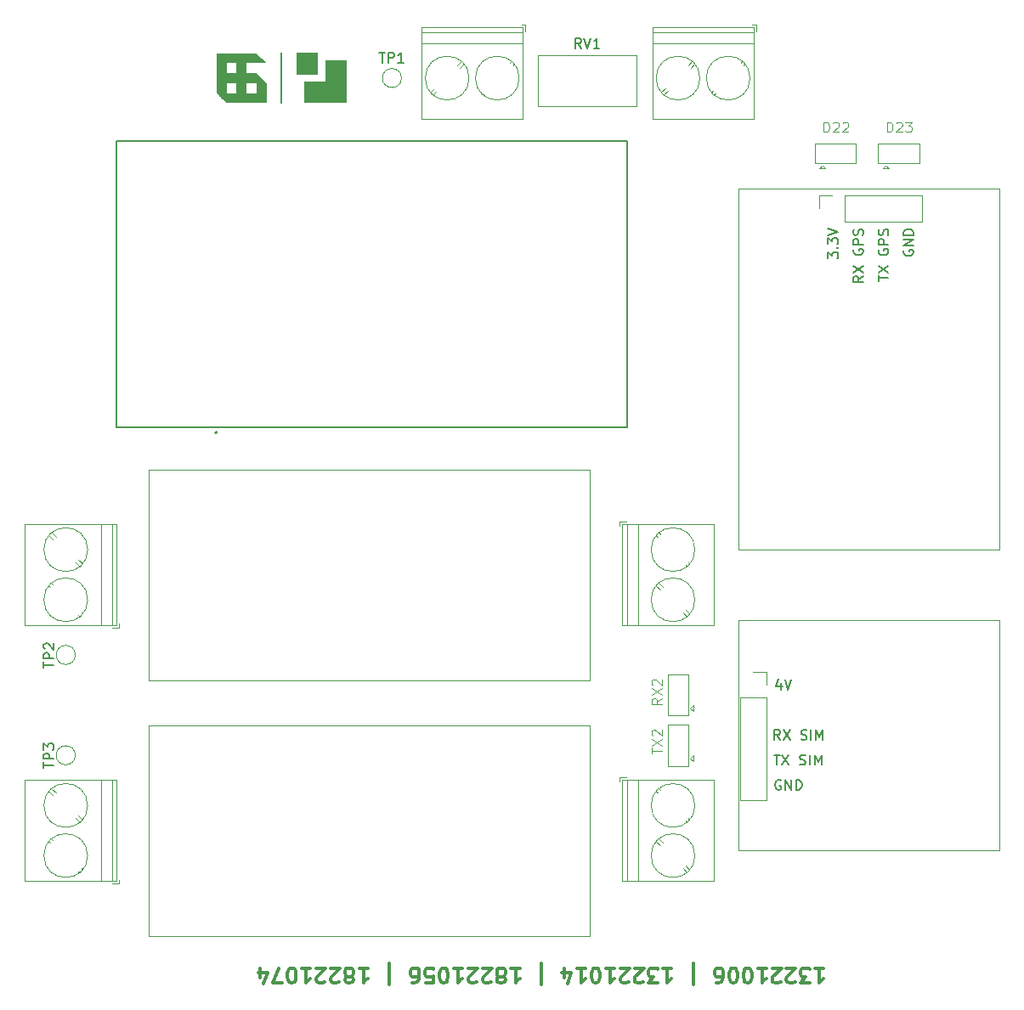
<source format=gbr>
%TF.GenerationSoftware,KiCad,Pcbnew,8.0.7*%
%TF.CreationDate,2025-03-24T14:38:58+07:00*%
%TF.ProjectId,esp32_getstok_testing,65737033-325f-4676-9574-73746f6b5f74,rev?*%
%TF.SameCoordinates,Original*%
%TF.FileFunction,Legend,Top*%
%TF.FilePolarity,Positive*%
%FSLAX46Y46*%
G04 Gerber Fmt 4.6, Leading zero omitted, Abs format (unit mm)*
G04 Created by KiCad (PCBNEW 8.0.7) date 2025-03-24 14:38:58*
%MOMM*%
%LPD*%
G01*
G04 APERTURE LIST*
%ADD10C,0.100000*%
%ADD11C,0.200000*%
%ADD12C,0.150000*%
%ADD13C,0.300000*%
%ADD14C,0.120000*%
%ADD15C,0.000000*%
%ADD16C,0.127000*%
G04 APERTURE END LIST*
D10*
X236500000Y-66500000D02*
X262500000Y-66500000D01*
X262500000Y-102500000D01*
X236500000Y-102500000D01*
X236500000Y-66500000D01*
X236500000Y-109500000D02*
X262500000Y-109500000D01*
X262500000Y-132500000D01*
X236500000Y-132500000D01*
X236500000Y-109500000D01*
X177750000Y-94500000D02*
X221750000Y-94500000D01*
X221750000Y-115500000D01*
X177750000Y-115500000D01*
X177750000Y-94500000D01*
D11*
X191000000Y-58000000D02*
X191000000Y-53000000D01*
D10*
X177750000Y-120000000D02*
X221750000Y-120000000D01*
X221750000Y-141000000D01*
X177750000Y-141000000D01*
X177750000Y-120000000D01*
X251301503Y-60872419D02*
X251301503Y-59872419D01*
X251301503Y-59872419D02*
X251539598Y-59872419D01*
X251539598Y-59872419D02*
X251682455Y-59920038D01*
X251682455Y-59920038D02*
X251777693Y-60015276D01*
X251777693Y-60015276D02*
X251825312Y-60110514D01*
X251825312Y-60110514D02*
X251872931Y-60300990D01*
X251872931Y-60300990D02*
X251872931Y-60443847D01*
X251872931Y-60443847D02*
X251825312Y-60634323D01*
X251825312Y-60634323D02*
X251777693Y-60729561D01*
X251777693Y-60729561D02*
X251682455Y-60824800D01*
X251682455Y-60824800D02*
X251539598Y-60872419D01*
X251539598Y-60872419D02*
X251301503Y-60872419D01*
X252253884Y-59967657D02*
X252301503Y-59920038D01*
X252301503Y-59920038D02*
X252396741Y-59872419D01*
X252396741Y-59872419D02*
X252634836Y-59872419D01*
X252634836Y-59872419D02*
X252730074Y-59920038D01*
X252730074Y-59920038D02*
X252777693Y-59967657D01*
X252777693Y-59967657D02*
X252825312Y-60062895D01*
X252825312Y-60062895D02*
X252825312Y-60158133D01*
X252825312Y-60158133D02*
X252777693Y-60300990D01*
X252777693Y-60300990D02*
X252206265Y-60872419D01*
X252206265Y-60872419D02*
X252825312Y-60872419D01*
X253158646Y-59872419D02*
X253777693Y-59872419D01*
X253777693Y-59872419D02*
X253444360Y-60253371D01*
X253444360Y-60253371D02*
X253587217Y-60253371D01*
X253587217Y-60253371D02*
X253682455Y-60300990D01*
X253682455Y-60300990D02*
X253730074Y-60348609D01*
X253730074Y-60348609D02*
X253777693Y-60443847D01*
X253777693Y-60443847D02*
X253777693Y-60681942D01*
X253777693Y-60681942D02*
X253730074Y-60777180D01*
X253730074Y-60777180D02*
X253682455Y-60824800D01*
X253682455Y-60824800D02*
X253587217Y-60872419D01*
X253587217Y-60872419D02*
X253301503Y-60872419D01*
X253301503Y-60872419D02*
X253206265Y-60824800D01*
X253206265Y-60824800D02*
X253158646Y-60777180D01*
X228872419Y-117324687D02*
X228396228Y-117658020D01*
X228872419Y-117896115D02*
X227872419Y-117896115D01*
X227872419Y-117896115D02*
X227872419Y-117515163D01*
X227872419Y-117515163D02*
X227920038Y-117419925D01*
X227920038Y-117419925D02*
X227967657Y-117372306D01*
X227967657Y-117372306D02*
X228062895Y-117324687D01*
X228062895Y-117324687D02*
X228205752Y-117324687D01*
X228205752Y-117324687D02*
X228300990Y-117372306D01*
X228300990Y-117372306D02*
X228348609Y-117419925D01*
X228348609Y-117419925D02*
X228396228Y-117515163D01*
X228396228Y-117515163D02*
X228396228Y-117896115D01*
X227872419Y-116991353D02*
X228872419Y-116324687D01*
X227872419Y-116324687D02*
X228872419Y-116991353D01*
X227967657Y-115991353D02*
X227920038Y-115943734D01*
X227920038Y-115943734D02*
X227872419Y-115848496D01*
X227872419Y-115848496D02*
X227872419Y-115610401D01*
X227872419Y-115610401D02*
X227920038Y-115515163D01*
X227920038Y-115515163D02*
X227967657Y-115467544D01*
X227967657Y-115467544D02*
X228062895Y-115419925D01*
X228062895Y-115419925D02*
X228158133Y-115419925D01*
X228158133Y-115419925D02*
X228300990Y-115467544D01*
X228300990Y-115467544D02*
X228872419Y-116038972D01*
X228872419Y-116038972D02*
X228872419Y-115419925D01*
D12*
X253002438Y-72666666D02*
X252954819Y-72761904D01*
X252954819Y-72761904D02*
X252954819Y-72904761D01*
X252954819Y-72904761D02*
X253002438Y-73047618D01*
X253002438Y-73047618D02*
X253097676Y-73142856D01*
X253097676Y-73142856D02*
X253192914Y-73190475D01*
X253192914Y-73190475D02*
X253383390Y-73238094D01*
X253383390Y-73238094D02*
X253526247Y-73238094D01*
X253526247Y-73238094D02*
X253716723Y-73190475D01*
X253716723Y-73190475D02*
X253811961Y-73142856D01*
X253811961Y-73142856D02*
X253907200Y-73047618D01*
X253907200Y-73047618D02*
X253954819Y-72904761D01*
X253954819Y-72904761D02*
X253954819Y-72809523D01*
X253954819Y-72809523D02*
X253907200Y-72666666D01*
X253907200Y-72666666D02*
X253859580Y-72619047D01*
X253859580Y-72619047D02*
X253526247Y-72619047D01*
X253526247Y-72619047D02*
X253526247Y-72809523D01*
X253954819Y-72190475D02*
X252954819Y-72190475D01*
X252954819Y-72190475D02*
X253954819Y-71619047D01*
X253954819Y-71619047D02*
X252954819Y-71619047D01*
X253954819Y-71142856D02*
X252954819Y-71142856D01*
X252954819Y-71142856D02*
X252954819Y-70904761D01*
X252954819Y-70904761D02*
X253002438Y-70761904D01*
X253002438Y-70761904D02*
X253097676Y-70666666D01*
X253097676Y-70666666D02*
X253192914Y-70619047D01*
X253192914Y-70619047D02*
X253383390Y-70571428D01*
X253383390Y-70571428D02*
X253526247Y-70571428D01*
X253526247Y-70571428D02*
X253716723Y-70619047D01*
X253716723Y-70619047D02*
X253811961Y-70666666D01*
X253811961Y-70666666D02*
X253907200Y-70761904D01*
X253907200Y-70761904D02*
X253954819Y-70904761D01*
X253954819Y-70904761D02*
X253954819Y-71142856D01*
X240738095Y-125502438D02*
X240642857Y-125454819D01*
X240642857Y-125454819D02*
X240500000Y-125454819D01*
X240500000Y-125454819D02*
X240357143Y-125502438D01*
X240357143Y-125502438D02*
X240261905Y-125597676D01*
X240261905Y-125597676D02*
X240214286Y-125692914D01*
X240214286Y-125692914D02*
X240166667Y-125883390D01*
X240166667Y-125883390D02*
X240166667Y-126026247D01*
X240166667Y-126026247D02*
X240214286Y-126216723D01*
X240214286Y-126216723D02*
X240261905Y-126311961D01*
X240261905Y-126311961D02*
X240357143Y-126407200D01*
X240357143Y-126407200D02*
X240500000Y-126454819D01*
X240500000Y-126454819D02*
X240595238Y-126454819D01*
X240595238Y-126454819D02*
X240738095Y-126407200D01*
X240738095Y-126407200D02*
X240785714Y-126359580D01*
X240785714Y-126359580D02*
X240785714Y-126026247D01*
X240785714Y-126026247D02*
X240595238Y-126026247D01*
X241214286Y-126454819D02*
X241214286Y-125454819D01*
X241214286Y-125454819D02*
X241785714Y-126454819D01*
X241785714Y-126454819D02*
X241785714Y-125454819D01*
X242261905Y-126454819D02*
X242261905Y-125454819D01*
X242261905Y-125454819D02*
X242500000Y-125454819D01*
X242500000Y-125454819D02*
X242642857Y-125502438D01*
X242642857Y-125502438D02*
X242738095Y-125597676D01*
X242738095Y-125597676D02*
X242785714Y-125692914D01*
X242785714Y-125692914D02*
X242833333Y-125883390D01*
X242833333Y-125883390D02*
X242833333Y-126026247D01*
X242833333Y-126026247D02*
X242785714Y-126216723D01*
X242785714Y-126216723D02*
X242738095Y-126311961D01*
X242738095Y-126311961D02*
X242642857Y-126407200D01*
X242642857Y-126407200D02*
X242500000Y-126454819D01*
X242500000Y-126454819D02*
X242261905Y-126454819D01*
D10*
X227872419Y-122838972D02*
X227872419Y-122267544D01*
X228872419Y-122553258D02*
X227872419Y-122553258D01*
X227872419Y-122029448D02*
X228872419Y-121362782D01*
X227872419Y-121362782D02*
X228872419Y-122029448D01*
X227967657Y-121029448D02*
X227920038Y-120981829D01*
X227920038Y-120981829D02*
X227872419Y-120886591D01*
X227872419Y-120886591D02*
X227872419Y-120648496D01*
X227872419Y-120648496D02*
X227920038Y-120553258D01*
X227920038Y-120553258D02*
X227967657Y-120505639D01*
X227967657Y-120505639D02*
X228062895Y-120458020D01*
X228062895Y-120458020D02*
X228158133Y-120458020D01*
X228158133Y-120458020D02*
X228300990Y-120505639D01*
X228300990Y-120505639D02*
X228872419Y-121077067D01*
X228872419Y-121077067D02*
X228872419Y-120458020D01*
D12*
X240761904Y-115788152D02*
X240761904Y-116454819D01*
X240523809Y-115407200D02*
X240285714Y-116121485D01*
X240285714Y-116121485D02*
X240904761Y-116121485D01*
X241142857Y-115454819D02*
X241476190Y-116454819D01*
X241476190Y-116454819D02*
X241809523Y-115454819D01*
X245454819Y-73476189D02*
X245454819Y-72857142D01*
X245454819Y-72857142D02*
X245835771Y-73190475D01*
X245835771Y-73190475D02*
X245835771Y-73047618D01*
X245835771Y-73047618D02*
X245883390Y-72952380D01*
X245883390Y-72952380D02*
X245931009Y-72904761D01*
X245931009Y-72904761D02*
X246026247Y-72857142D01*
X246026247Y-72857142D02*
X246264342Y-72857142D01*
X246264342Y-72857142D02*
X246359580Y-72904761D01*
X246359580Y-72904761D02*
X246407200Y-72952380D01*
X246407200Y-72952380D02*
X246454819Y-73047618D01*
X246454819Y-73047618D02*
X246454819Y-73333332D01*
X246454819Y-73333332D02*
X246407200Y-73428570D01*
X246407200Y-73428570D02*
X246359580Y-73476189D01*
X246359580Y-72428570D02*
X246407200Y-72380951D01*
X246407200Y-72380951D02*
X246454819Y-72428570D01*
X246454819Y-72428570D02*
X246407200Y-72476189D01*
X246407200Y-72476189D02*
X246359580Y-72428570D01*
X246359580Y-72428570D02*
X246454819Y-72428570D01*
X245454819Y-72047618D02*
X245454819Y-71428571D01*
X245454819Y-71428571D02*
X245835771Y-71761904D01*
X245835771Y-71761904D02*
X245835771Y-71619047D01*
X245835771Y-71619047D02*
X245883390Y-71523809D01*
X245883390Y-71523809D02*
X245931009Y-71476190D01*
X245931009Y-71476190D02*
X246026247Y-71428571D01*
X246026247Y-71428571D02*
X246264342Y-71428571D01*
X246264342Y-71428571D02*
X246359580Y-71476190D01*
X246359580Y-71476190D02*
X246407200Y-71523809D01*
X246407200Y-71523809D02*
X246454819Y-71619047D01*
X246454819Y-71619047D02*
X246454819Y-71904761D01*
X246454819Y-71904761D02*
X246407200Y-71999999D01*
X246407200Y-71999999D02*
X246359580Y-72047618D01*
X245454819Y-71142856D02*
X246454819Y-70809523D01*
X246454819Y-70809523D02*
X245454819Y-70476190D01*
D10*
X245001503Y-60872419D02*
X245001503Y-59872419D01*
X245001503Y-59872419D02*
X245239598Y-59872419D01*
X245239598Y-59872419D02*
X245382455Y-59920038D01*
X245382455Y-59920038D02*
X245477693Y-60015276D01*
X245477693Y-60015276D02*
X245525312Y-60110514D01*
X245525312Y-60110514D02*
X245572931Y-60300990D01*
X245572931Y-60300990D02*
X245572931Y-60443847D01*
X245572931Y-60443847D02*
X245525312Y-60634323D01*
X245525312Y-60634323D02*
X245477693Y-60729561D01*
X245477693Y-60729561D02*
X245382455Y-60824800D01*
X245382455Y-60824800D02*
X245239598Y-60872419D01*
X245239598Y-60872419D02*
X245001503Y-60872419D01*
X245953884Y-59967657D02*
X246001503Y-59920038D01*
X246001503Y-59920038D02*
X246096741Y-59872419D01*
X246096741Y-59872419D02*
X246334836Y-59872419D01*
X246334836Y-59872419D02*
X246430074Y-59920038D01*
X246430074Y-59920038D02*
X246477693Y-59967657D01*
X246477693Y-59967657D02*
X246525312Y-60062895D01*
X246525312Y-60062895D02*
X246525312Y-60158133D01*
X246525312Y-60158133D02*
X246477693Y-60300990D01*
X246477693Y-60300990D02*
X245906265Y-60872419D01*
X245906265Y-60872419D02*
X246525312Y-60872419D01*
X246906265Y-59967657D02*
X246953884Y-59920038D01*
X246953884Y-59920038D02*
X247049122Y-59872419D01*
X247049122Y-59872419D02*
X247287217Y-59872419D01*
X247287217Y-59872419D02*
X247382455Y-59920038D01*
X247382455Y-59920038D02*
X247430074Y-59967657D01*
X247430074Y-59967657D02*
X247477693Y-60062895D01*
X247477693Y-60062895D02*
X247477693Y-60158133D01*
X247477693Y-60158133D02*
X247430074Y-60300990D01*
X247430074Y-60300990D02*
X246858646Y-60872419D01*
X246858646Y-60872419D02*
X247477693Y-60872419D01*
D13*
X244159774Y-144199171D02*
X245016917Y-144199171D01*
X244588346Y-144199171D02*
X244588346Y-145699171D01*
X244588346Y-145699171D02*
X244731203Y-145484885D01*
X244731203Y-145484885D02*
X244874060Y-145342028D01*
X244874060Y-145342028D02*
X245016917Y-145270600D01*
X243659775Y-145699171D02*
X242731203Y-145699171D01*
X242731203Y-145699171D02*
X243231203Y-145127742D01*
X243231203Y-145127742D02*
X243016918Y-145127742D01*
X243016918Y-145127742D02*
X242874061Y-145056314D01*
X242874061Y-145056314D02*
X242802632Y-144984885D01*
X242802632Y-144984885D02*
X242731203Y-144842028D01*
X242731203Y-144842028D02*
X242731203Y-144484885D01*
X242731203Y-144484885D02*
X242802632Y-144342028D01*
X242802632Y-144342028D02*
X242874061Y-144270600D01*
X242874061Y-144270600D02*
X243016918Y-144199171D01*
X243016918Y-144199171D02*
X243445489Y-144199171D01*
X243445489Y-144199171D02*
X243588346Y-144270600D01*
X243588346Y-144270600D02*
X243659775Y-144342028D01*
X242159775Y-145556314D02*
X242088347Y-145627742D01*
X242088347Y-145627742D02*
X241945490Y-145699171D01*
X241945490Y-145699171D02*
X241588347Y-145699171D01*
X241588347Y-145699171D02*
X241445490Y-145627742D01*
X241445490Y-145627742D02*
X241374061Y-145556314D01*
X241374061Y-145556314D02*
X241302632Y-145413457D01*
X241302632Y-145413457D02*
X241302632Y-145270600D01*
X241302632Y-145270600D02*
X241374061Y-145056314D01*
X241374061Y-145056314D02*
X242231204Y-144199171D01*
X242231204Y-144199171D02*
X241302632Y-144199171D01*
X240731204Y-145556314D02*
X240659776Y-145627742D01*
X240659776Y-145627742D02*
X240516919Y-145699171D01*
X240516919Y-145699171D02*
X240159776Y-145699171D01*
X240159776Y-145699171D02*
X240016919Y-145627742D01*
X240016919Y-145627742D02*
X239945490Y-145556314D01*
X239945490Y-145556314D02*
X239874061Y-145413457D01*
X239874061Y-145413457D02*
X239874061Y-145270600D01*
X239874061Y-145270600D02*
X239945490Y-145056314D01*
X239945490Y-145056314D02*
X240802633Y-144199171D01*
X240802633Y-144199171D02*
X239874061Y-144199171D01*
X238445490Y-144199171D02*
X239302633Y-144199171D01*
X238874062Y-144199171D02*
X238874062Y-145699171D01*
X238874062Y-145699171D02*
X239016919Y-145484885D01*
X239016919Y-145484885D02*
X239159776Y-145342028D01*
X239159776Y-145342028D02*
X239302633Y-145270600D01*
X237516919Y-145699171D02*
X237374062Y-145699171D01*
X237374062Y-145699171D02*
X237231205Y-145627742D01*
X237231205Y-145627742D02*
X237159777Y-145556314D01*
X237159777Y-145556314D02*
X237088348Y-145413457D01*
X237088348Y-145413457D02*
X237016919Y-145127742D01*
X237016919Y-145127742D02*
X237016919Y-144770600D01*
X237016919Y-144770600D02*
X237088348Y-144484885D01*
X237088348Y-144484885D02*
X237159777Y-144342028D01*
X237159777Y-144342028D02*
X237231205Y-144270600D01*
X237231205Y-144270600D02*
X237374062Y-144199171D01*
X237374062Y-144199171D02*
X237516919Y-144199171D01*
X237516919Y-144199171D02*
X237659777Y-144270600D01*
X237659777Y-144270600D02*
X237731205Y-144342028D01*
X237731205Y-144342028D02*
X237802634Y-144484885D01*
X237802634Y-144484885D02*
X237874062Y-144770600D01*
X237874062Y-144770600D02*
X237874062Y-145127742D01*
X237874062Y-145127742D02*
X237802634Y-145413457D01*
X237802634Y-145413457D02*
X237731205Y-145556314D01*
X237731205Y-145556314D02*
X237659777Y-145627742D01*
X237659777Y-145627742D02*
X237516919Y-145699171D01*
X236088348Y-145699171D02*
X235945491Y-145699171D01*
X235945491Y-145699171D02*
X235802634Y-145627742D01*
X235802634Y-145627742D02*
X235731206Y-145556314D01*
X235731206Y-145556314D02*
X235659777Y-145413457D01*
X235659777Y-145413457D02*
X235588348Y-145127742D01*
X235588348Y-145127742D02*
X235588348Y-144770600D01*
X235588348Y-144770600D02*
X235659777Y-144484885D01*
X235659777Y-144484885D02*
X235731206Y-144342028D01*
X235731206Y-144342028D02*
X235802634Y-144270600D01*
X235802634Y-144270600D02*
X235945491Y-144199171D01*
X235945491Y-144199171D02*
X236088348Y-144199171D01*
X236088348Y-144199171D02*
X236231206Y-144270600D01*
X236231206Y-144270600D02*
X236302634Y-144342028D01*
X236302634Y-144342028D02*
X236374063Y-144484885D01*
X236374063Y-144484885D02*
X236445491Y-144770600D01*
X236445491Y-144770600D02*
X236445491Y-145127742D01*
X236445491Y-145127742D02*
X236374063Y-145413457D01*
X236374063Y-145413457D02*
X236302634Y-145556314D01*
X236302634Y-145556314D02*
X236231206Y-145627742D01*
X236231206Y-145627742D02*
X236088348Y-145699171D01*
X234302635Y-145699171D02*
X234588349Y-145699171D01*
X234588349Y-145699171D02*
X234731206Y-145627742D01*
X234731206Y-145627742D02*
X234802635Y-145556314D01*
X234802635Y-145556314D02*
X234945492Y-145342028D01*
X234945492Y-145342028D02*
X235016920Y-145056314D01*
X235016920Y-145056314D02*
X235016920Y-144484885D01*
X235016920Y-144484885D02*
X234945492Y-144342028D01*
X234945492Y-144342028D02*
X234874063Y-144270600D01*
X234874063Y-144270600D02*
X234731206Y-144199171D01*
X234731206Y-144199171D02*
X234445492Y-144199171D01*
X234445492Y-144199171D02*
X234302635Y-144270600D01*
X234302635Y-144270600D02*
X234231206Y-144342028D01*
X234231206Y-144342028D02*
X234159777Y-144484885D01*
X234159777Y-144484885D02*
X234159777Y-144842028D01*
X234159777Y-144842028D02*
X234231206Y-144984885D01*
X234231206Y-144984885D02*
X234302635Y-145056314D01*
X234302635Y-145056314D02*
X234445492Y-145127742D01*
X234445492Y-145127742D02*
X234731206Y-145127742D01*
X234731206Y-145127742D02*
X234874063Y-145056314D01*
X234874063Y-145056314D02*
X234945492Y-144984885D01*
X234945492Y-144984885D02*
X235016920Y-144842028D01*
X232016921Y-143699171D02*
X232016921Y-145842028D01*
X229016921Y-144199171D02*
X229874064Y-144199171D01*
X229445493Y-144199171D02*
X229445493Y-145699171D01*
X229445493Y-145699171D02*
X229588350Y-145484885D01*
X229588350Y-145484885D02*
X229731207Y-145342028D01*
X229731207Y-145342028D02*
X229874064Y-145270600D01*
X228516922Y-145699171D02*
X227588350Y-145699171D01*
X227588350Y-145699171D02*
X228088350Y-145127742D01*
X228088350Y-145127742D02*
X227874065Y-145127742D01*
X227874065Y-145127742D02*
X227731208Y-145056314D01*
X227731208Y-145056314D02*
X227659779Y-144984885D01*
X227659779Y-144984885D02*
X227588350Y-144842028D01*
X227588350Y-144842028D02*
X227588350Y-144484885D01*
X227588350Y-144484885D02*
X227659779Y-144342028D01*
X227659779Y-144342028D02*
X227731208Y-144270600D01*
X227731208Y-144270600D02*
X227874065Y-144199171D01*
X227874065Y-144199171D02*
X228302636Y-144199171D01*
X228302636Y-144199171D02*
X228445493Y-144270600D01*
X228445493Y-144270600D02*
X228516922Y-144342028D01*
X227016922Y-145556314D02*
X226945494Y-145627742D01*
X226945494Y-145627742D02*
X226802637Y-145699171D01*
X226802637Y-145699171D02*
X226445494Y-145699171D01*
X226445494Y-145699171D02*
X226302637Y-145627742D01*
X226302637Y-145627742D02*
X226231208Y-145556314D01*
X226231208Y-145556314D02*
X226159779Y-145413457D01*
X226159779Y-145413457D02*
X226159779Y-145270600D01*
X226159779Y-145270600D02*
X226231208Y-145056314D01*
X226231208Y-145056314D02*
X227088351Y-144199171D01*
X227088351Y-144199171D02*
X226159779Y-144199171D01*
X225588351Y-145556314D02*
X225516923Y-145627742D01*
X225516923Y-145627742D02*
X225374066Y-145699171D01*
X225374066Y-145699171D02*
X225016923Y-145699171D01*
X225016923Y-145699171D02*
X224874066Y-145627742D01*
X224874066Y-145627742D02*
X224802637Y-145556314D01*
X224802637Y-145556314D02*
X224731208Y-145413457D01*
X224731208Y-145413457D02*
X224731208Y-145270600D01*
X224731208Y-145270600D02*
X224802637Y-145056314D01*
X224802637Y-145056314D02*
X225659780Y-144199171D01*
X225659780Y-144199171D02*
X224731208Y-144199171D01*
X223302637Y-144199171D02*
X224159780Y-144199171D01*
X223731209Y-144199171D02*
X223731209Y-145699171D01*
X223731209Y-145699171D02*
X223874066Y-145484885D01*
X223874066Y-145484885D02*
X224016923Y-145342028D01*
X224016923Y-145342028D02*
X224159780Y-145270600D01*
X222374066Y-145699171D02*
X222231209Y-145699171D01*
X222231209Y-145699171D02*
X222088352Y-145627742D01*
X222088352Y-145627742D02*
X222016924Y-145556314D01*
X222016924Y-145556314D02*
X221945495Y-145413457D01*
X221945495Y-145413457D02*
X221874066Y-145127742D01*
X221874066Y-145127742D02*
X221874066Y-144770600D01*
X221874066Y-144770600D02*
X221945495Y-144484885D01*
X221945495Y-144484885D02*
X222016924Y-144342028D01*
X222016924Y-144342028D02*
X222088352Y-144270600D01*
X222088352Y-144270600D02*
X222231209Y-144199171D01*
X222231209Y-144199171D02*
X222374066Y-144199171D01*
X222374066Y-144199171D02*
X222516924Y-144270600D01*
X222516924Y-144270600D02*
X222588352Y-144342028D01*
X222588352Y-144342028D02*
X222659781Y-144484885D01*
X222659781Y-144484885D02*
X222731209Y-144770600D01*
X222731209Y-144770600D02*
X222731209Y-145127742D01*
X222731209Y-145127742D02*
X222659781Y-145413457D01*
X222659781Y-145413457D02*
X222588352Y-145556314D01*
X222588352Y-145556314D02*
X222516924Y-145627742D01*
X222516924Y-145627742D02*
X222374066Y-145699171D01*
X220445495Y-144199171D02*
X221302638Y-144199171D01*
X220874067Y-144199171D02*
X220874067Y-145699171D01*
X220874067Y-145699171D02*
X221016924Y-145484885D01*
X221016924Y-145484885D02*
X221159781Y-145342028D01*
X221159781Y-145342028D02*
X221302638Y-145270600D01*
X219159782Y-145199171D02*
X219159782Y-144199171D01*
X219516924Y-145770600D02*
X219874067Y-144699171D01*
X219874067Y-144699171D02*
X218945496Y-144699171D01*
X216874068Y-143699171D02*
X216874068Y-145842028D01*
X213874068Y-144199171D02*
X214731211Y-144199171D01*
X214302640Y-144199171D02*
X214302640Y-145699171D01*
X214302640Y-145699171D02*
X214445497Y-145484885D01*
X214445497Y-145484885D02*
X214588354Y-145342028D01*
X214588354Y-145342028D02*
X214731211Y-145270600D01*
X213016926Y-145056314D02*
X213159783Y-145127742D01*
X213159783Y-145127742D02*
X213231212Y-145199171D01*
X213231212Y-145199171D02*
X213302640Y-145342028D01*
X213302640Y-145342028D02*
X213302640Y-145413457D01*
X213302640Y-145413457D02*
X213231212Y-145556314D01*
X213231212Y-145556314D02*
X213159783Y-145627742D01*
X213159783Y-145627742D02*
X213016926Y-145699171D01*
X213016926Y-145699171D02*
X212731212Y-145699171D01*
X212731212Y-145699171D02*
X212588355Y-145627742D01*
X212588355Y-145627742D02*
X212516926Y-145556314D01*
X212516926Y-145556314D02*
X212445497Y-145413457D01*
X212445497Y-145413457D02*
X212445497Y-145342028D01*
X212445497Y-145342028D02*
X212516926Y-145199171D01*
X212516926Y-145199171D02*
X212588355Y-145127742D01*
X212588355Y-145127742D02*
X212731212Y-145056314D01*
X212731212Y-145056314D02*
X213016926Y-145056314D01*
X213016926Y-145056314D02*
X213159783Y-144984885D01*
X213159783Y-144984885D02*
X213231212Y-144913457D01*
X213231212Y-144913457D02*
X213302640Y-144770600D01*
X213302640Y-144770600D02*
X213302640Y-144484885D01*
X213302640Y-144484885D02*
X213231212Y-144342028D01*
X213231212Y-144342028D02*
X213159783Y-144270600D01*
X213159783Y-144270600D02*
X213016926Y-144199171D01*
X213016926Y-144199171D02*
X212731212Y-144199171D01*
X212731212Y-144199171D02*
X212588355Y-144270600D01*
X212588355Y-144270600D02*
X212516926Y-144342028D01*
X212516926Y-144342028D02*
X212445497Y-144484885D01*
X212445497Y-144484885D02*
X212445497Y-144770600D01*
X212445497Y-144770600D02*
X212516926Y-144913457D01*
X212516926Y-144913457D02*
X212588355Y-144984885D01*
X212588355Y-144984885D02*
X212731212Y-145056314D01*
X211874069Y-145556314D02*
X211802641Y-145627742D01*
X211802641Y-145627742D02*
X211659784Y-145699171D01*
X211659784Y-145699171D02*
X211302641Y-145699171D01*
X211302641Y-145699171D02*
X211159784Y-145627742D01*
X211159784Y-145627742D02*
X211088355Y-145556314D01*
X211088355Y-145556314D02*
X211016926Y-145413457D01*
X211016926Y-145413457D02*
X211016926Y-145270600D01*
X211016926Y-145270600D02*
X211088355Y-145056314D01*
X211088355Y-145056314D02*
X211945498Y-144199171D01*
X211945498Y-144199171D02*
X211016926Y-144199171D01*
X210445498Y-145556314D02*
X210374070Y-145627742D01*
X210374070Y-145627742D02*
X210231213Y-145699171D01*
X210231213Y-145699171D02*
X209874070Y-145699171D01*
X209874070Y-145699171D02*
X209731213Y-145627742D01*
X209731213Y-145627742D02*
X209659784Y-145556314D01*
X209659784Y-145556314D02*
X209588355Y-145413457D01*
X209588355Y-145413457D02*
X209588355Y-145270600D01*
X209588355Y-145270600D02*
X209659784Y-145056314D01*
X209659784Y-145056314D02*
X210516927Y-144199171D01*
X210516927Y-144199171D02*
X209588355Y-144199171D01*
X208159784Y-144199171D02*
X209016927Y-144199171D01*
X208588356Y-144199171D02*
X208588356Y-145699171D01*
X208588356Y-145699171D02*
X208731213Y-145484885D01*
X208731213Y-145484885D02*
X208874070Y-145342028D01*
X208874070Y-145342028D02*
X209016927Y-145270600D01*
X207231213Y-145699171D02*
X207088356Y-145699171D01*
X207088356Y-145699171D02*
X206945499Y-145627742D01*
X206945499Y-145627742D02*
X206874071Y-145556314D01*
X206874071Y-145556314D02*
X206802642Y-145413457D01*
X206802642Y-145413457D02*
X206731213Y-145127742D01*
X206731213Y-145127742D02*
X206731213Y-144770600D01*
X206731213Y-144770600D02*
X206802642Y-144484885D01*
X206802642Y-144484885D02*
X206874071Y-144342028D01*
X206874071Y-144342028D02*
X206945499Y-144270600D01*
X206945499Y-144270600D02*
X207088356Y-144199171D01*
X207088356Y-144199171D02*
X207231213Y-144199171D01*
X207231213Y-144199171D02*
X207374071Y-144270600D01*
X207374071Y-144270600D02*
X207445499Y-144342028D01*
X207445499Y-144342028D02*
X207516928Y-144484885D01*
X207516928Y-144484885D02*
X207588356Y-144770600D01*
X207588356Y-144770600D02*
X207588356Y-145127742D01*
X207588356Y-145127742D02*
X207516928Y-145413457D01*
X207516928Y-145413457D02*
X207445499Y-145556314D01*
X207445499Y-145556314D02*
X207374071Y-145627742D01*
X207374071Y-145627742D02*
X207231213Y-145699171D01*
X205374071Y-145699171D02*
X206088357Y-145699171D01*
X206088357Y-145699171D02*
X206159785Y-144984885D01*
X206159785Y-144984885D02*
X206088357Y-145056314D01*
X206088357Y-145056314D02*
X205945500Y-145127742D01*
X205945500Y-145127742D02*
X205588357Y-145127742D01*
X205588357Y-145127742D02*
X205445500Y-145056314D01*
X205445500Y-145056314D02*
X205374071Y-144984885D01*
X205374071Y-144984885D02*
X205302642Y-144842028D01*
X205302642Y-144842028D02*
X205302642Y-144484885D01*
X205302642Y-144484885D02*
X205374071Y-144342028D01*
X205374071Y-144342028D02*
X205445500Y-144270600D01*
X205445500Y-144270600D02*
X205588357Y-144199171D01*
X205588357Y-144199171D02*
X205945500Y-144199171D01*
X205945500Y-144199171D02*
X206088357Y-144270600D01*
X206088357Y-144270600D02*
X206159785Y-144342028D01*
X204016929Y-145699171D02*
X204302643Y-145699171D01*
X204302643Y-145699171D02*
X204445500Y-145627742D01*
X204445500Y-145627742D02*
X204516929Y-145556314D01*
X204516929Y-145556314D02*
X204659786Y-145342028D01*
X204659786Y-145342028D02*
X204731214Y-145056314D01*
X204731214Y-145056314D02*
X204731214Y-144484885D01*
X204731214Y-144484885D02*
X204659786Y-144342028D01*
X204659786Y-144342028D02*
X204588357Y-144270600D01*
X204588357Y-144270600D02*
X204445500Y-144199171D01*
X204445500Y-144199171D02*
X204159786Y-144199171D01*
X204159786Y-144199171D02*
X204016929Y-144270600D01*
X204016929Y-144270600D02*
X203945500Y-144342028D01*
X203945500Y-144342028D02*
X203874071Y-144484885D01*
X203874071Y-144484885D02*
X203874071Y-144842028D01*
X203874071Y-144842028D02*
X203945500Y-144984885D01*
X203945500Y-144984885D02*
X204016929Y-145056314D01*
X204016929Y-145056314D02*
X204159786Y-145127742D01*
X204159786Y-145127742D02*
X204445500Y-145127742D01*
X204445500Y-145127742D02*
X204588357Y-145056314D01*
X204588357Y-145056314D02*
X204659786Y-144984885D01*
X204659786Y-144984885D02*
X204731214Y-144842028D01*
X201731215Y-143699171D02*
X201731215Y-145842028D01*
X198731215Y-144199171D02*
X199588358Y-144199171D01*
X199159787Y-144199171D02*
X199159787Y-145699171D01*
X199159787Y-145699171D02*
X199302644Y-145484885D01*
X199302644Y-145484885D02*
X199445501Y-145342028D01*
X199445501Y-145342028D02*
X199588358Y-145270600D01*
X197874073Y-145056314D02*
X198016930Y-145127742D01*
X198016930Y-145127742D02*
X198088359Y-145199171D01*
X198088359Y-145199171D02*
X198159787Y-145342028D01*
X198159787Y-145342028D02*
X198159787Y-145413457D01*
X198159787Y-145413457D02*
X198088359Y-145556314D01*
X198088359Y-145556314D02*
X198016930Y-145627742D01*
X198016930Y-145627742D02*
X197874073Y-145699171D01*
X197874073Y-145699171D02*
X197588359Y-145699171D01*
X197588359Y-145699171D02*
X197445502Y-145627742D01*
X197445502Y-145627742D02*
X197374073Y-145556314D01*
X197374073Y-145556314D02*
X197302644Y-145413457D01*
X197302644Y-145413457D02*
X197302644Y-145342028D01*
X197302644Y-145342028D02*
X197374073Y-145199171D01*
X197374073Y-145199171D02*
X197445502Y-145127742D01*
X197445502Y-145127742D02*
X197588359Y-145056314D01*
X197588359Y-145056314D02*
X197874073Y-145056314D01*
X197874073Y-145056314D02*
X198016930Y-144984885D01*
X198016930Y-144984885D02*
X198088359Y-144913457D01*
X198088359Y-144913457D02*
X198159787Y-144770600D01*
X198159787Y-144770600D02*
X198159787Y-144484885D01*
X198159787Y-144484885D02*
X198088359Y-144342028D01*
X198088359Y-144342028D02*
X198016930Y-144270600D01*
X198016930Y-144270600D02*
X197874073Y-144199171D01*
X197874073Y-144199171D02*
X197588359Y-144199171D01*
X197588359Y-144199171D02*
X197445502Y-144270600D01*
X197445502Y-144270600D02*
X197374073Y-144342028D01*
X197374073Y-144342028D02*
X197302644Y-144484885D01*
X197302644Y-144484885D02*
X197302644Y-144770600D01*
X197302644Y-144770600D02*
X197374073Y-144913457D01*
X197374073Y-144913457D02*
X197445502Y-144984885D01*
X197445502Y-144984885D02*
X197588359Y-145056314D01*
X196731216Y-145556314D02*
X196659788Y-145627742D01*
X196659788Y-145627742D02*
X196516931Y-145699171D01*
X196516931Y-145699171D02*
X196159788Y-145699171D01*
X196159788Y-145699171D02*
X196016931Y-145627742D01*
X196016931Y-145627742D02*
X195945502Y-145556314D01*
X195945502Y-145556314D02*
X195874073Y-145413457D01*
X195874073Y-145413457D02*
X195874073Y-145270600D01*
X195874073Y-145270600D02*
X195945502Y-145056314D01*
X195945502Y-145056314D02*
X196802645Y-144199171D01*
X196802645Y-144199171D02*
X195874073Y-144199171D01*
X195302645Y-145556314D02*
X195231217Y-145627742D01*
X195231217Y-145627742D02*
X195088360Y-145699171D01*
X195088360Y-145699171D02*
X194731217Y-145699171D01*
X194731217Y-145699171D02*
X194588360Y-145627742D01*
X194588360Y-145627742D02*
X194516931Y-145556314D01*
X194516931Y-145556314D02*
X194445502Y-145413457D01*
X194445502Y-145413457D02*
X194445502Y-145270600D01*
X194445502Y-145270600D02*
X194516931Y-145056314D01*
X194516931Y-145056314D02*
X195374074Y-144199171D01*
X195374074Y-144199171D02*
X194445502Y-144199171D01*
X193016931Y-144199171D02*
X193874074Y-144199171D01*
X193445503Y-144199171D02*
X193445503Y-145699171D01*
X193445503Y-145699171D02*
X193588360Y-145484885D01*
X193588360Y-145484885D02*
X193731217Y-145342028D01*
X193731217Y-145342028D02*
X193874074Y-145270600D01*
X192088360Y-145699171D02*
X191945503Y-145699171D01*
X191945503Y-145699171D02*
X191802646Y-145627742D01*
X191802646Y-145627742D02*
X191731218Y-145556314D01*
X191731218Y-145556314D02*
X191659789Y-145413457D01*
X191659789Y-145413457D02*
X191588360Y-145127742D01*
X191588360Y-145127742D02*
X191588360Y-144770600D01*
X191588360Y-144770600D02*
X191659789Y-144484885D01*
X191659789Y-144484885D02*
X191731218Y-144342028D01*
X191731218Y-144342028D02*
X191802646Y-144270600D01*
X191802646Y-144270600D02*
X191945503Y-144199171D01*
X191945503Y-144199171D02*
X192088360Y-144199171D01*
X192088360Y-144199171D02*
X192231218Y-144270600D01*
X192231218Y-144270600D02*
X192302646Y-144342028D01*
X192302646Y-144342028D02*
X192374075Y-144484885D01*
X192374075Y-144484885D02*
X192445503Y-144770600D01*
X192445503Y-144770600D02*
X192445503Y-145127742D01*
X192445503Y-145127742D02*
X192374075Y-145413457D01*
X192374075Y-145413457D02*
X192302646Y-145556314D01*
X192302646Y-145556314D02*
X192231218Y-145627742D01*
X192231218Y-145627742D02*
X192088360Y-145699171D01*
X191088361Y-145699171D02*
X190088361Y-145699171D01*
X190088361Y-145699171D02*
X190731218Y-144199171D01*
X188874076Y-145199171D02*
X188874076Y-144199171D01*
X189231218Y-145770600D02*
X189588361Y-144699171D01*
X189588361Y-144699171D02*
X188659790Y-144699171D01*
D12*
X248954819Y-75238095D02*
X248478628Y-75571428D01*
X248954819Y-75809523D02*
X247954819Y-75809523D01*
X247954819Y-75809523D02*
X247954819Y-75428571D01*
X247954819Y-75428571D02*
X248002438Y-75333333D01*
X248002438Y-75333333D02*
X248050057Y-75285714D01*
X248050057Y-75285714D02*
X248145295Y-75238095D01*
X248145295Y-75238095D02*
X248288152Y-75238095D01*
X248288152Y-75238095D02*
X248383390Y-75285714D01*
X248383390Y-75285714D02*
X248431009Y-75333333D01*
X248431009Y-75333333D02*
X248478628Y-75428571D01*
X248478628Y-75428571D02*
X248478628Y-75809523D01*
X247954819Y-74904761D02*
X248954819Y-74238095D01*
X247954819Y-74238095D02*
X248954819Y-74904761D01*
X248002438Y-72571428D02*
X247954819Y-72666666D01*
X247954819Y-72666666D02*
X247954819Y-72809523D01*
X247954819Y-72809523D02*
X248002438Y-72952380D01*
X248002438Y-72952380D02*
X248097676Y-73047618D01*
X248097676Y-73047618D02*
X248192914Y-73095237D01*
X248192914Y-73095237D02*
X248383390Y-73142856D01*
X248383390Y-73142856D02*
X248526247Y-73142856D01*
X248526247Y-73142856D02*
X248716723Y-73095237D01*
X248716723Y-73095237D02*
X248811961Y-73047618D01*
X248811961Y-73047618D02*
X248907200Y-72952380D01*
X248907200Y-72952380D02*
X248954819Y-72809523D01*
X248954819Y-72809523D02*
X248954819Y-72714285D01*
X248954819Y-72714285D02*
X248907200Y-72571428D01*
X248907200Y-72571428D02*
X248859580Y-72523809D01*
X248859580Y-72523809D02*
X248526247Y-72523809D01*
X248526247Y-72523809D02*
X248526247Y-72714285D01*
X248954819Y-72095237D02*
X247954819Y-72095237D01*
X247954819Y-72095237D02*
X247954819Y-71714285D01*
X247954819Y-71714285D02*
X248002438Y-71619047D01*
X248002438Y-71619047D02*
X248050057Y-71571428D01*
X248050057Y-71571428D02*
X248145295Y-71523809D01*
X248145295Y-71523809D02*
X248288152Y-71523809D01*
X248288152Y-71523809D02*
X248383390Y-71571428D01*
X248383390Y-71571428D02*
X248431009Y-71619047D01*
X248431009Y-71619047D02*
X248478628Y-71714285D01*
X248478628Y-71714285D02*
X248478628Y-72095237D01*
X248907200Y-71142856D02*
X248954819Y-70999999D01*
X248954819Y-70999999D02*
X248954819Y-70761904D01*
X248954819Y-70761904D02*
X248907200Y-70666666D01*
X248907200Y-70666666D02*
X248859580Y-70619047D01*
X248859580Y-70619047D02*
X248764342Y-70571428D01*
X248764342Y-70571428D02*
X248669104Y-70571428D01*
X248669104Y-70571428D02*
X248573866Y-70619047D01*
X248573866Y-70619047D02*
X248526247Y-70666666D01*
X248526247Y-70666666D02*
X248478628Y-70761904D01*
X248478628Y-70761904D02*
X248431009Y-70952380D01*
X248431009Y-70952380D02*
X248383390Y-71047618D01*
X248383390Y-71047618D02*
X248335771Y-71095237D01*
X248335771Y-71095237D02*
X248240533Y-71142856D01*
X248240533Y-71142856D02*
X248145295Y-71142856D01*
X248145295Y-71142856D02*
X248050057Y-71095237D01*
X248050057Y-71095237D02*
X248002438Y-71047618D01*
X248002438Y-71047618D02*
X247954819Y-70952380D01*
X247954819Y-70952380D02*
X247954819Y-70714285D01*
X247954819Y-70714285D02*
X248002438Y-70571428D01*
X240666666Y-121454819D02*
X240333333Y-120978628D01*
X240095238Y-121454819D02*
X240095238Y-120454819D01*
X240095238Y-120454819D02*
X240476190Y-120454819D01*
X240476190Y-120454819D02*
X240571428Y-120502438D01*
X240571428Y-120502438D02*
X240619047Y-120550057D01*
X240619047Y-120550057D02*
X240666666Y-120645295D01*
X240666666Y-120645295D02*
X240666666Y-120788152D01*
X240666666Y-120788152D02*
X240619047Y-120883390D01*
X240619047Y-120883390D02*
X240571428Y-120931009D01*
X240571428Y-120931009D02*
X240476190Y-120978628D01*
X240476190Y-120978628D02*
X240095238Y-120978628D01*
X241000000Y-120454819D02*
X241666666Y-121454819D01*
X241666666Y-120454819D02*
X241000000Y-121454819D01*
X242761905Y-121407200D02*
X242904762Y-121454819D01*
X242904762Y-121454819D02*
X243142857Y-121454819D01*
X243142857Y-121454819D02*
X243238095Y-121407200D01*
X243238095Y-121407200D02*
X243285714Y-121359580D01*
X243285714Y-121359580D02*
X243333333Y-121264342D01*
X243333333Y-121264342D02*
X243333333Y-121169104D01*
X243333333Y-121169104D02*
X243285714Y-121073866D01*
X243285714Y-121073866D02*
X243238095Y-121026247D01*
X243238095Y-121026247D02*
X243142857Y-120978628D01*
X243142857Y-120978628D02*
X242952381Y-120931009D01*
X242952381Y-120931009D02*
X242857143Y-120883390D01*
X242857143Y-120883390D02*
X242809524Y-120835771D01*
X242809524Y-120835771D02*
X242761905Y-120740533D01*
X242761905Y-120740533D02*
X242761905Y-120645295D01*
X242761905Y-120645295D02*
X242809524Y-120550057D01*
X242809524Y-120550057D02*
X242857143Y-120502438D01*
X242857143Y-120502438D02*
X242952381Y-120454819D01*
X242952381Y-120454819D02*
X243190476Y-120454819D01*
X243190476Y-120454819D02*
X243333333Y-120502438D01*
X243761905Y-121454819D02*
X243761905Y-120454819D01*
X244238095Y-121454819D02*
X244238095Y-120454819D01*
X244238095Y-120454819D02*
X244571428Y-121169104D01*
X244571428Y-121169104D02*
X244904761Y-120454819D01*
X244904761Y-120454819D02*
X244904761Y-121454819D01*
X240071429Y-122954819D02*
X240642857Y-122954819D01*
X240357143Y-123954819D02*
X240357143Y-122954819D01*
X240880953Y-122954819D02*
X241547619Y-123954819D01*
X241547619Y-122954819D02*
X240880953Y-123954819D01*
X242642858Y-123907200D02*
X242785715Y-123954819D01*
X242785715Y-123954819D02*
X243023810Y-123954819D01*
X243023810Y-123954819D02*
X243119048Y-123907200D01*
X243119048Y-123907200D02*
X243166667Y-123859580D01*
X243166667Y-123859580D02*
X243214286Y-123764342D01*
X243214286Y-123764342D02*
X243214286Y-123669104D01*
X243214286Y-123669104D02*
X243166667Y-123573866D01*
X243166667Y-123573866D02*
X243119048Y-123526247D01*
X243119048Y-123526247D02*
X243023810Y-123478628D01*
X243023810Y-123478628D02*
X242833334Y-123431009D01*
X242833334Y-123431009D02*
X242738096Y-123383390D01*
X242738096Y-123383390D02*
X242690477Y-123335771D01*
X242690477Y-123335771D02*
X242642858Y-123240533D01*
X242642858Y-123240533D02*
X242642858Y-123145295D01*
X242642858Y-123145295D02*
X242690477Y-123050057D01*
X242690477Y-123050057D02*
X242738096Y-123002438D01*
X242738096Y-123002438D02*
X242833334Y-122954819D01*
X242833334Y-122954819D02*
X243071429Y-122954819D01*
X243071429Y-122954819D02*
X243214286Y-123002438D01*
X243642858Y-123954819D02*
X243642858Y-122954819D01*
X244119048Y-123954819D02*
X244119048Y-122954819D01*
X244119048Y-122954819D02*
X244452381Y-123669104D01*
X244452381Y-123669104D02*
X244785714Y-122954819D01*
X244785714Y-122954819D02*
X244785714Y-123954819D01*
X250454819Y-75714285D02*
X250454819Y-75142857D01*
X251454819Y-75428571D02*
X250454819Y-75428571D01*
X250454819Y-74904761D02*
X251454819Y-74238095D01*
X250454819Y-74238095D02*
X251454819Y-74904761D01*
X250502438Y-72571428D02*
X250454819Y-72666666D01*
X250454819Y-72666666D02*
X250454819Y-72809523D01*
X250454819Y-72809523D02*
X250502438Y-72952380D01*
X250502438Y-72952380D02*
X250597676Y-73047618D01*
X250597676Y-73047618D02*
X250692914Y-73095237D01*
X250692914Y-73095237D02*
X250883390Y-73142856D01*
X250883390Y-73142856D02*
X251026247Y-73142856D01*
X251026247Y-73142856D02*
X251216723Y-73095237D01*
X251216723Y-73095237D02*
X251311961Y-73047618D01*
X251311961Y-73047618D02*
X251407200Y-72952380D01*
X251407200Y-72952380D02*
X251454819Y-72809523D01*
X251454819Y-72809523D02*
X251454819Y-72714285D01*
X251454819Y-72714285D02*
X251407200Y-72571428D01*
X251407200Y-72571428D02*
X251359580Y-72523809D01*
X251359580Y-72523809D02*
X251026247Y-72523809D01*
X251026247Y-72523809D02*
X251026247Y-72714285D01*
X251454819Y-72095237D02*
X250454819Y-72095237D01*
X250454819Y-72095237D02*
X250454819Y-71714285D01*
X250454819Y-71714285D02*
X250502438Y-71619047D01*
X250502438Y-71619047D02*
X250550057Y-71571428D01*
X250550057Y-71571428D02*
X250645295Y-71523809D01*
X250645295Y-71523809D02*
X250788152Y-71523809D01*
X250788152Y-71523809D02*
X250883390Y-71571428D01*
X250883390Y-71571428D02*
X250931009Y-71619047D01*
X250931009Y-71619047D02*
X250978628Y-71714285D01*
X250978628Y-71714285D02*
X250978628Y-72095237D01*
X251407200Y-71142856D02*
X251454819Y-70999999D01*
X251454819Y-70999999D02*
X251454819Y-70761904D01*
X251454819Y-70761904D02*
X251407200Y-70666666D01*
X251407200Y-70666666D02*
X251359580Y-70619047D01*
X251359580Y-70619047D02*
X251264342Y-70571428D01*
X251264342Y-70571428D02*
X251169104Y-70571428D01*
X251169104Y-70571428D02*
X251073866Y-70619047D01*
X251073866Y-70619047D02*
X251026247Y-70666666D01*
X251026247Y-70666666D02*
X250978628Y-70761904D01*
X250978628Y-70761904D02*
X250931009Y-70952380D01*
X250931009Y-70952380D02*
X250883390Y-71047618D01*
X250883390Y-71047618D02*
X250835771Y-71095237D01*
X250835771Y-71095237D02*
X250740533Y-71142856D01*
X250740533Y-71142856D02*
X250645295Y-71142856D01*
X250645295Y-71142856D02*
X250550057Y-71095237D01*
X250550057Y-71095237D02*
X250502438Y-71047618D01*
X250502438Y-71047618D02*
X250454819Y-70952380D01*
X250454819Y-70952380D02*
X250454819Y-70714285D01*
X250454819Y-70714285D02*
X250502438Y-70571428D01*
X167306819Y-124261904D02*
X167306819Y-123690476D01*
X168306819Y-123976190D02*
X167306819Y-123976190D01*
X168306819Y-123357142D02*
X167306819Y-123357142D01*
X167306819Y-123357142D02*
X167306819Y-122976190D01*
X167306819Y-122976190D02*
X167354438Y-122880952D01*
X167354438Y-122880952D02*
X167402057Y-122833333D01*
X167402057Y-122833333D02*
X167497295Y-122785714D01*
X167497295Y-122785714D02*
X167640152Y-122785714D01*
X167640152Y-122785714D02*
X167735390Y-122833333D01*
X167735390Y-122833333D02*
X167783009Y-122880952D01*
X167783009Y-122880952D02*
X167830628Y-122976190D01*
X167830628Y-122976190D02*
X167830628Y-123357142D01*
X167306819Y-122452380D02*
X167306819Y-121833333D01*
X167306819Y-121833333D02*
X167687771Y-122166666D01*
X167687771Y-122166666D02*
X167687771Y-122023809D01*
X167687771Y-122023809D02*
X167735390Y-121928571D01*
X167735390Y-121928571D02*
X167783009Y-121880952D01*
X167783009Y-121880952D02*
X167878247Y-121833333D01*
X167878247Y-121833333D02*
X168116342Y-121833333D01*
X168116342Y-121833333D02*
X168211580Y-121880952D01*
X168211580Y-121880952D02*
X168259200Y-121928571D01*
X168259200Y-121928571D02*
X168306819Y-122023809D01*
X168306819Y-122023809D02*
X168306819Y-122309523D01*
X168306819Y-122309523D02*
X168259200Y-122404761D01*
X168259200Y-122404761D02*
X168211580Y-122452380D01*
X220864761Y-52519819D02*
X220531428Y-52043628D01*
X220293333Y-52519819D02*
X220293333Y-51519819D01*
X220293333Y-51519819D02*
X220674285Y-51519819D01*
X220674285Y-51519819D02*
X220769523Y-51567438D01*
X220769523Y-51567438D02*
X220817142Y-51615057D01*
X220817142Y-51615057D02*
X220864761Y-51710295D01*
X220864761Y-51710295D02*
X220864761Y-51853152D01*
X220864761Y-51853152D02*
X220817142Y-51948390D01*
X220817142Y-51948390D02*
X220769523Y-51996009D01*
X220769523Y-51996009D02*
X220674285Y-52043628D01*
X220674285Y-52043628D02*
X220293333Y-52043628D01*
X221150476Y-51519819D02*
X221483809Y-52519819D01*
X221483809Y-52519819D02*
X221817142Y-51519819D01*
X222674285Y-52519819D02*
X222102857Y-52519819D01*
X222388571Y-52519819D02*
X222388571Y-51519819D01*
X222388571Y-51519819D02*
X222293333Y-51662676D01*
X222293333Y-51662676D02*
X222198095Y-51757914D01*
X222198095Y-51757914D02*
X222102857Y-51805533D01*
X167306819Y-114261904D02*
X167306819Y-113690476D01*
X168306819Y-113976190D02*
X167306819Y-113976190D01*
X168306819Y-113357142D02*
X167306819Y-113357142D01*
X167306819Y-113357142D02*
X167306819Y-112976190D01*
X167306819Y-112976190D02*
X167354438Y-112880952D01*
X167354438Y-112880952D02*
X167402057Y-112833333D01*
X167402057Y-112833333D02*
X167497295Y-112785714D01*
X167497295Y-112785714D02*
X167640152Y-112785714D01*
X167640152Y-112785714D02*
X167735390Y-112833333D01*
X167735390Y-112833333D02*
X167783009Y-112880952D01*
X167783009Y-112880952D02*
X167830628Y-112976190D01*
X167830628Y-112976190D02*
X167830628Y-113357142D01*
X167402057Y-112404761D02*
X167354438Y-112357142D01*
X167354438Y-112357142D02*
X167306819Y-112261904D01*
X167306819Y-112261904D02*
X167306819Y-112023809D01*
X167306819Y-112023809D02*
X167354438Y-111928571D01*
X167354438Y-111928571D02*
X167402057Y-111880952D01*
X167402057Y-111880952D02*
X167497295Y-111833333D01*
X167497295Y-111833333D02*
X167592533Y-111833333D01*
X167592533Y-111833333D02*
X167735390Y-111880952D01*
X167735390Y-111880952D02*
X168306819Y-112452380D01*
X168306819Y-112452380D02*
X168306819Y-111833333D01*
X200738095Y-52954819D02*
X201309523Y-52954819D01*
X201023809Y-53954819D02*
X201023809Y-52954819D01*
X201642857Y-53954819D02*
X201642857Y-52954819D01*
X201642857Y-52954819D02*
X202023809Y-52954819D01*
X202023809Y-52954819D02*
X202119047Y-53002438D01*
X202119047Y-53002438D02*
X202166666Y-53050057D01*
X202166666Y-53050057D02*
X202214285Y-53145295D01*
X202214285Y-53145295D02*
X202214285Y-53288152D01*
X202214285Y-53288152D02*
X202166666Y-53383390D01*
X202166666Y-53383390D02*
X202119047Y-53431009D01*
X202119047Y-53431009D02*
X202023809Y-53478628D01*
X202023809Y-53478628D02*
X201642857Y-53478628D01*
X203166666Y-53954819D02*
X202595238Y-53954819D01*
X202880952Y-53954819D02*
X202880952Y-52954819D01*
X202880952Y-52954819D02*
X202785714Y-53097676D01*
X202785714Y-53097676D02*
X202690476Y-53192914D01*
X202690476Y-53192914D02*
X202595238Y-53240533D01*
D14*
%TO.C,J1*%
X227940000Y-59560000D02*
X227940000Y-50440000D01*
X228846000Y-56888000D02*
X229241000Y-56492000D01*
X229112000Y-57154000D02*
X229492000Y-56774000D01*
X231507000Y-54226000D02*
X231887000Y-53846000D01*
X231758000Y-54508000D02*
X232153000Y-54112000D01*
X233846000Y-56888000D02*
X233953000Y-56781000D01*
X234112000Y-57154000D02*
X234219000Y-57047000D01*
X236782000Y-53953000D02*
X236888000Y-53846000D01*
X237048000Y-54219000D02*
X237154000Y-54112000D01*
X238060000Y-50440000D02*
X227940000Y-50440000D01*
X238060000Y-50900000D02*
X227940000Y-50900000D01*
X238060000Y-52000000D02*
X227940000Y-52000000D01*
X238060000Y-59560000D02*
X227940000Y-59560000D01*
X238060000Y-59560000D02*
X238060000Y-50440000D01*
X238300000Y-50200000D02*
X237900000Y-50200000D01*
X238300000Y-50840000D02*
X238300000Y-50200000D01*
X232680000Y-55500000D02*
G75*
G02*
X228320000Y-55500000I-2180000J0D01*
G01*
X228320000Y-55500000D02*
G75*
G02*
X232680000Y-55500000I2180000J0D01*
G01*
X237680000Y-55500000D02*
G75*
G02*
X233320000Y-55500000I-2180000J0D01*
G01*
X233320000Y-55500000D02*
G75*
G02*
X237680000Y-55500000I2180000J0D01*
G01*
%TO.C,J6*%
X165440000Y-125440000D02*
X174560000Y-125440000D01*
X165440000Y-135560000D02*
X165440000Y-125440000D01*
X165440000Y-135560000D02*
X174560000Y-135560000D01*
X167846000Y-126612000D02*
X168226000Y-126992000D01*
X167846000Y-131612000D02*
X167953000Y-131719000D01*
X168112000Y-126346000D02*
X168508000Y-126741000D01*
X168112000Y-131346000D02*
X168219000Y-131453000D01*
X170492000Y-129258000D02*
X170888000Y-129653000D01*
X170774000Y-129007000D02*
X171154000Y-129387000D01*
X170781000Y-134548000D02*
X170888000Y-134654000D01*
X171047000Y-134282000D02*
X171154000Y-134388000D01*
X173000000Y-135560000D02*
X173000000Y-125440000D01*
X174100000Y-135560000D02*
X174100000Y-125440000D01*
X174160000Y-135800000D02*
X174800000Y-135800000D01*
X174560000Y-135560000D02*
X174560000Y-125440000D01*
X174800000Y-135800000D02*
X174800000Y-135400000D01*
X171680000Y-128000000D02*
G75*
G02*
X167320000Y-128000000I-2180000J0D01*
G01*
X167320000Y-128000000D02*
G75*
G02*
X171680000Y-128000000I2180000J0D01*
G01*
X171680000Y-133000000D02*
G75*
G02*
X167320000Y-133000000I-2180000J0D01*
G01*
X167320000Y-133000000D02*
G75*
G02*
X171680000Y-133000000I2180000J0D01*
G01*
D15*
%TO.C,G\u002A\u002A\u002A*%
G36*
X187516667Y-55022223D02*
G01*
X188015290Y-55022223D01*
X188513913Y-55022223D01*
X189006957Y-55515290D01*
X189500000Y-56008357D01*
X189500000Y-56512038D01*
X189500000Y-57004179D01*
X189500000Y-58000000D01*
X187514853Y-58000000D01*
X185529705Y-58000000D01*
X185485717Y-57954167D01*
X185475342Y-57943465D01*
X185457796Y-57925500D01*
X185433714Y-57900917D01*
X185403730Y-57870361D01*
X185368480Y-57834477D01*
X185328596Y-57793910D01*
X185284714Y-57749306D01*
X185237467Y-57701310D01*
X185187490Y-57650566D01*
X185135418Y-57597721D01*
X185081885Y-57543420D01*
X185080157Y-57541667D01*
X185005254Y-57465698D01*
X184937779Y-57397236D01*
X184877350Y-57335886D01*
X184823582Y-57281253D01*
X184776094Y-57232941D01*
X184734502Y-57190556D01*
X184698422Y-57153703D01*
X184667472Y-57121986D01*
X184641269Y-57095011D01*
X184619429Y-57072383D01*
X184601570Y-57053706D01*
X184587308Y-57038585D01*
X184576260Y-57026627D01*
X184568044Y-57017434D01*
X184562275Y-57010613D01*
X184558572Y-57005769D01*
X184558440Y-57005556D01*
X187516667Y-57005556D01*
X188013889Y-57005556D01*
X188511112Y-57005556D01*
X188511112Y-56512038D01*
X188511071Y-56438944D01*
X188510952Y-56369038D01*
X188510762Y-56303116D01*
X188510507Y-56241974D01*
X188510191Y-56186410D01*
X188509822Y-56137222D01*
X188509405Y-56095205D01*
X188508945Y-56061158D01*
X188508450Y-56035877D01*
X188507925Y-56020159D01*
X188507408Y-56014815D01*
X188501427Y-56014267D01*
X188485131Y-56013743D01*
X188459319Y-56013250D01*
X188424787Y-56012793D01*
X188382332Y-56012378D01*
X188332751Y-56012012D01*
X188276842Y-56011700D01*
X188215401Y-56011448D01*
X188149225Y-56011262D01*
X188079112Y-56011148D01*
X188010186Y-56011112D01*
X187516667Y-56011112D01*
X187516667Y-56508334D01*
X187516667Y-56998850D01*
X187516667Y-57005556D01*
X184558440Y-57005556D01*
X184556719Y-57002778D01*
X185544158Y-57002778D01*
X186039451Y-57004197D01*
X186126270Y-57004425D01*
X186202602Y-57004576D01*
X186269071Y-57004641D01*
X186326302Y-57004613D01*
X186374918Y-57004483D01*
X186415544Y-57004244D01*
X186448804Y-57003888D01*
X186475322Y-57003407D01*
X186495722Y-57002793D01*
X186510629Y-57002039D01*
X186520665Y-57001135D01*
X186526457Y-57000075D01*
X186528627Y-56998850D01*
X186528424Y-56998001D01*
X186527232Y-56993222D01*
X186526181Y-56981646D01*
X186525268Y-56962838D01*
X186524485Y-56936366D01*
X186523829Y-56901795D01*
X186523292Y-56858693D01*
X186522871Y-56806627D01*
X186522559Y-56745161D01*
X186522350Y-56673864D01*
X186522241Y-56592301D01*
X186522223Y-56504916D01*
X186522240Y-56432418D01*
X186522255Y-56363102D01*
X186522268Y-56297774D01*
X186522278Y-56237238D01*
X186522287Y-56182299D01*
X186522292Y-56133762D01*
X186522295Y-56092432D01*
X186522296Y-56059114D01*
X186522294Y-56034612D01*
X186522289Y-56019731D01*
X186522282Y-56015248D01*
X186516850Y-56014640D01*
X186501099Y-56014090D01*
X186475824Y-56013603D01*
X186441816Y-56013183D01*
X186399869Y-56012833D01*
X186350776Y-56012560D01*
X186295330Y-56012368D01*
X186234323Y-56012260D01*
X186168548Y-56012242D01*
X186098799Y-56012318D01*
X186033266Y-56012470D01*
X185544310Y-56013889D01*
X185544234Y-56508334D01*
X185544158Y-57002778D01*
X184556719Y-57002778D01*
X184556551Y-57002506D01*
X184555991Y-57001162D01*
X184555769Y-56994957D01*
X184555542Y-56978039D01*
X184555312Y-56950802D01*
X184555079Y-56913644D01*
X184554845Y-56866961D01*
X184554611Y-56811150D01*
X184554377Y-56746608D01*
X184554144Y-56673731D01*
X184553913Y-56592915D01*
X184553685Y-56504557D01*
X184553461Y-56409054D01*
X184553241Y-56306803D01*
X184553028Y-56198199D01*
X184552821Y-56083641D01*
X184552621Y-55963523D01*
X184552430Y-55838243D01*
X184552248Y-55708197D01*
X184552076Y-55573782D01*
X184551915Y-55435395D01*
X184551766Y-55293432D01*
X184551630Y-55148289D01*
X184551523Y-55019445D01*
X185543835Y-55019445D01*
X186033029Y-55020864D01*
X186522223Y-55022283D01*
X186522223Y-54522223D01*
X186522223Y-54022162D01*
X186033341Y-54023581D01*
X185544460Y-54025000D01*
X185544147Y-54522223D01*
X185543835Y-55019445D01*
X184551523Y-55019445D01*
X184551517Y-55012500D01*
X184549970Y-53033334D01*
X186531941Y-53033334D01*
X188513913Y-53033334D01*
X189008334Y-53527778D01*
X189502754Y-54022223D01*
X188509711Y-54022223D01*
X187516667Y-54022223D01*
X187516667Y-54522223D01*
X187516667Y-55022223D01*
G37*
D14*
%TO.C,J9*%
X165440000Y-99940000D02*
X174560000Y-99940000D01*
X165440000Y-110060000D02*
X165440000Y-99940000D01*
X165440000Y-110060000D02*
X174560000Y-110060000D01*
X167846000Y-101112000D02*
X168226000Y-101492000D01*
X167846000Y-106112000D02*
X167953000Y-106219000D01*
X168112000Y-100846000D02*
X168508000Y-101241000D01*
X168112000Y-105846000D02*
X168219000Y-105953000D01*
X170492000Y-103758000D02*
X170888000Y-104153000D01*
X170774000Y-103507000D02*
X171154000Y-103887000D01*
X170781000Y-109048000D02*
X170888000Y-109154000D01*
X171047000Y-108782000D02*
X171154000Y-108888000D01*
X173000000Y-110060000D02*
X173000000Y-99940000D01*
X174100000Y-110060000D02*
X174100000Y-99940000D01*
X174160000Y-110300000D02*
X174800000Y-110300000D01*
X174560000Y-110060000D02*
X174560000Y-99940000D01*
X174800000Y-110300000D02*
X174800000Y-109900000D01*
X171680000Y-102500000D02*
G75*
G02*
X167320000Y-102500000I-2180000J0D01*
G01*
X167320000Y-102500000D02*
G75*
G02*
X171680000Y-102500000I2180000J0D01*
G01*
X171680000Y-107500000D02*
G75*
G02*
X167320000Y-107500000I-2180000J0D01*
G01*
X167320000Y-107500000D02*
G75*
G02*
X171680000Y-107500000I2180000J0D01*
G01*
%TO.C,J8*%
X224700000Y-99700000D02*
X224700000Y-100100000D01*
X224940000Y-99940000D02*
X224940000Y-110060000D01*
X225340000Y-99700000D02*
X224700000Y-99700000D01*
X225400000Y-99940000D02*
X225400000Y-110060000D01*
X226500000Y-99940000D02*
X226500000Y-110060000D01*
X228453000Y-101218000D02*
X228346000Y-101112000D01*
X228719000Y-100952000D02*
X228612000Y-100846000D01*
X228726000Y-106493000D02*
X228346000Y-106113000D01*
X229008000Y-106242000D02*
X228612000Y-105847000D01*
X231388000Y-104154000D02*
X231281000Y-104047000D01*
X231388000Y-109154000D02*
X230992000Y-108759000D01*
X231654000Y-103888000D02*
X231547000Y-103781000D01*
X231654000Y-108888000D02*
X231274000Y-108508000D01*
X234060000Y-99940000D02*
X224940000Y-99940000D01*
X234060000Y-99940000D02*
X234060000Y-110060000D01*
X234060000Y-110060000D02*
X224940000Y-110060000D01*
X232180000Y-102500000D02*
G75*
G02*
X227820000Y-102500000I-2180000J0D01*
G01*
X227820000Y-102500000D02*
G75*
G02*
X232180000Y-102500000I2180000J0D01*
G01*
X232180000Y-107500000D02*
G75*
G02*
X227820000Y-107500000I-2180000J0D01*
G01*
X227820000Y-107500000D02*
G75*
G02*
X232180000Y-107500000I2180000J0D01*
G01*
D16*
%TO.C,U1*%
X174525000Y-61770000D02*
X225475000Y-61770000D01*
X174525000Y-61770000D02*
X225475000Y-61770000D01*
X174525000Y-72500000D02*
X174525000Y-61770000D01*
X174525000Y-79211000D02*
X174525000Y-72500000D01*
X174525000Y-90280000D02*
X174525000Y-61770000D01*
X174525000Y-90280000D02*
X174525000Y-79211000D01*
X225475000Y-61770000D02*
X225475000Y-90280000D01*
X225475000Y-67220000D02*
X225475000Y-61770000D01*
X225475000Y-84910000D02*
X225475000Y-67220000D01*
X225475000Y-90280000D02*
X174525000Y-90280000D01*
X225475000Y-90280000D02*
X174525000Y-90280000D01*
X225475000Y-90280000D02*
X225475000Y-84910000D01*
D11*
X184585000Y-90850000D02*
G75*
G02*
X184385000Y-90850000I-100000J0D01*
G01*
X184385000Y-90850000D02*
G75*
G02*
X184585000Y-90850000I100000J0D01*
G01*
D14*
%TO.C,TP3*%
X170450000Y-123000000D02*
G75*
G02*
X168550000Y-123000000I-950000J0D01*
G01*
X168550000Y-123000000D02*
G75*
G02*
X170450000Y-123000000I950000J0D01*
G01*
%TO.C,J4*%
X224700000Y-125200000D02*
X224700000Y-125600000D01*
X224940000Y-125440000D02*
X224940000Y-135560000D01*
X225340000Y-125200000D02*
X224700000Y-125200000D01*
X225400000Y-125440000D02*
X225400000Y-135560000D01*
X226500000Y-125440000D02*
X226500000Y-135560000D01*
X228453000Y-126718000D02*
X228346000Y-126612000D01*
X228719000Y-126452000D02*
X228612000Y-126346000D01*
X228726000Y-131993000D02*
X228346000Y-131613000D01*
X229008000Y-131742000D02*
X228612000Y-131347000D01*
X231388000Y-129654000D02*
X231281000Y-129547000D01*
X231388000Y-134654000D02*
X230992000Y-134259000D01*
X231654000Y-129388000D02*
X231547000Y-129281000D01*
X231654000Y-134388000D02*
X231274000Y-134008000D01*
X234060000Y-125440000D02*
X224940000Y-125440000D01*
X234060000Y-125440000D02*
X234060000Y-135560000D01*
X234060000Y-135560000D02*
X224940000Y-135560000D01*
X232180000Y-128000000D02*
G75*
G02*
X227820000Y-128000000I-2180000J0D01*
G01*
X227820000Y-128000000D02*
G75*
G02*
X232180000Y-128000000I2180000J0D01*
G01*
X232180000Y-133000000D02*
G75*
G02*
X227820000Y-133000000I-2180000J0D01*
G01*
X227820000Y-133000000D02*
G75*
G02*
X232180000Y-133000000I2180000J0D01*
G01*
%TO.C,J7*%
X244550000Y-67170000D02*
X245880000Y-67170000D01*
X244550000Y-68500000D02*
X244550000Y-67170000D01*
X247150000Y-67170000D02*
X254830000Y-67170000D01*
X247150000Y-69830000D02*
X247150000Y-67170000D01*
X247150000Y-69830000D02*
X254830000Y-69830000D01*
X254830000Y-69830000D02*
X254830000Y-67170000D01*
%TO.C,JP4*%
X250450000Y-62000000D02*
X254550000Y-62000000D01*
X250450000Y-64000000D02*
X250450000Y-62000000D01*
X250900000Y-64500000D02*
X251500000Y-64500000D01*
X251200000Y-64200000D02*
X250900000Y-64500000D01*
X251200000Y-64200000D02*
X251500000Y-64500000D01*
X254550000Y-62000000D02*
X254550000Y-64000000D01*
X254550000Y-64000000D02*
X250450000Y-64000000D01*
%TO.C,RV1*%
X216575000Y-53195000D02*
X216575000Y-58265000D01*
X216575000Y-53195000D02*
X226345000Y-53195000D01*
X216575000Y-58265000D02*
X226345000Y-58265000D01*
X226345000Y-53195000D02*
X226345000Y-58265000D01*
%TO.C,J2*%
X204940000Y-59560000D02*
X204940000Y-50440000D01*
X205846000Y-56888000D02*
X206241000Y-56492000D01*
X206112000Y-57154000D02*
X206492000Y-56774000D01*
X208507000Y-54226000D02*
X208887000Y-53846000D01*
X208758000Y-54508000D02*
X209153000Y-54112000D01*
X210846000Y-56888000D02*
X210953000Y-56781000D01*
X211112000Y-57154000D02*
X211219000Y-57047000D01*
X213782000Y-53953000D02*
X213888000Y-53846000D01*
X214048000Y-54219000D02*
X214154000Y-54112000D01*
X215060000Y-50440000D02*
X204940000Y-50440000D01*
X215060000Y-50900000D02*
X204940000Y-50900000D01*
X215060000Y-52000000D02*
X204940000Y-52000000D01*
X215060000Y-59560000D02*
X204940000Y-59560000D01*
X215060000Y-59560000D02*
X215060000Y-50440000D01*
X215300000Y-50200000D02*
X214900000Y-50200000D01*
X215300000Y-50840000D02*
X215300000Y-50200000D01*
X209680000Y-55500000D02*
G75*
G02*
X205320000Y-55500000I-2180000J0D01*
G01*
X205320000Y-55500000D02*
G75*
G02*
X209680000Y-55500000I2180000J0D01*
G01*
X214680000Y-55500000D02*
G75*
G02*
X210320000Y-55500000I-2180000J0D01*
G01*
X210320000Y-55500000D02*
G75*
G02*
X214680000Y-55500000I2180000J0D01*
G01*
%TO.C,JP3*%
X244150000Y-62000000D02*
X248250000Y-62000000D01*
X244150000Y-64000000D02*
X244150000Y-62000000D01*
X244600000Y-64500000D02*
X245200000Y-64500000D01*
X244900000Y-64200000D02*
X244600000Y-64500000D01*
X244900000Y-64200000D02*
X245200000Y-64500000D01*
X248250000Y-62000000D02*
X248250000Y-64000000D01*
X248250000Y-64000000D02*
X244150000Y-64000000D01*
%TO.C,TP2*%
X170450000Y-113000000D02*
G75*
G02*
X168550000Y-113000000I-950000J0D01*
G01*
X168550000Y-113000000D02*
G75*
G02*
X170450000Y-113000000I950000J0D01*
G01*
%TO.C,TP1*%
X202950000Y-55500000D02*
G75*
G02*
X201050000Y-55500000I-950000J0D01*
G01*
X201050000Y-55500000D02*
G75*
G02*
X202950000Y-55500000I950000J0D01*
G01*
%TO.C,J10*%
X236670000Y-117270000D02*
X236670000Y-127490000D01*
X236670000Y-117270000D02*
X239330000Y-117270000D01*
X236670000Y-127490000D02*
X239330000Y-127490000D01*
X238000000Y-114670000D02*
X239330000Y-114670000D01*
X239330000Y-114670000D02*
X239330000Y-116000000D01*
X239330000Y-117270000D02*
X239330000Y-127490000D01*
%TO.C,JP2*%
X229500000Y-119950000D02*
X231500000Y-119950000D01*
X229500000Y-124050000D02*
X229500000Y-119950000D01*
X231500000Y-119950000D02*
X231500000Y-124050000D01*
X231500000Y-124050000D02*
X229500000Y-124050000D01*
X231700000Y-123300000D02*
X232000000Y-123000000D01*
X231700000Y-123300000D02*
X232000000Y-123600000D01*
X232000000Y-123600000D02*
X232000000Y-123000000D01*
%TO.C,JP1*%
X229500000Y-114950000D02*
X231500000Y-114950000D01*
X229500000Y-119050000D02*
X229500000Y-114950000D01*
X231500000Y-114950000D02*
X231500000Y-119050000D01*
X231500000Y-119050000D02*
X229500000Y-119050000D01*
X231700000Y-118300000D02*
X232000000Y-118000000D01*
X231700000Y-118300000D02*
X232000000Y-118600000D01*
X232000000Y-118600000D02*
X232000000Y-118000000D01*
D15*
%TO.C,G\u002A\u002A\u002A*%
G36*
X194628770Y-54063923D02*
G01*
X194628770Y-55128770D01*
X193563923Y-55128770D01*
X192499077Y-55128770D01*
X192499077Y-54063923D01*
X192499077Y-52999077D01*
X193563923Y-52999077D01*
X194628770Y-52999077D01*
X194628770Y-54063923D01*
G37*
G36*
X197500923Y-55861462D02*
G01*
X197500923Y-58000923D01*
X195371231Y-58000923D01*
X193241539Y-58000923D01*
X193241539Y-56936077D01*
X193241539Y-55871231D01*
X194306385Y-55871231D01*
X195371231Y-55871231D01*
X195371231Y-54796616D01*
X195371231Y-53722000D01*
X196436077Y-53722000D01*
X197500923Y-53722000D01*
X197500923Y-55861462D01*
G37*
%TD*%
M02*

</source>
